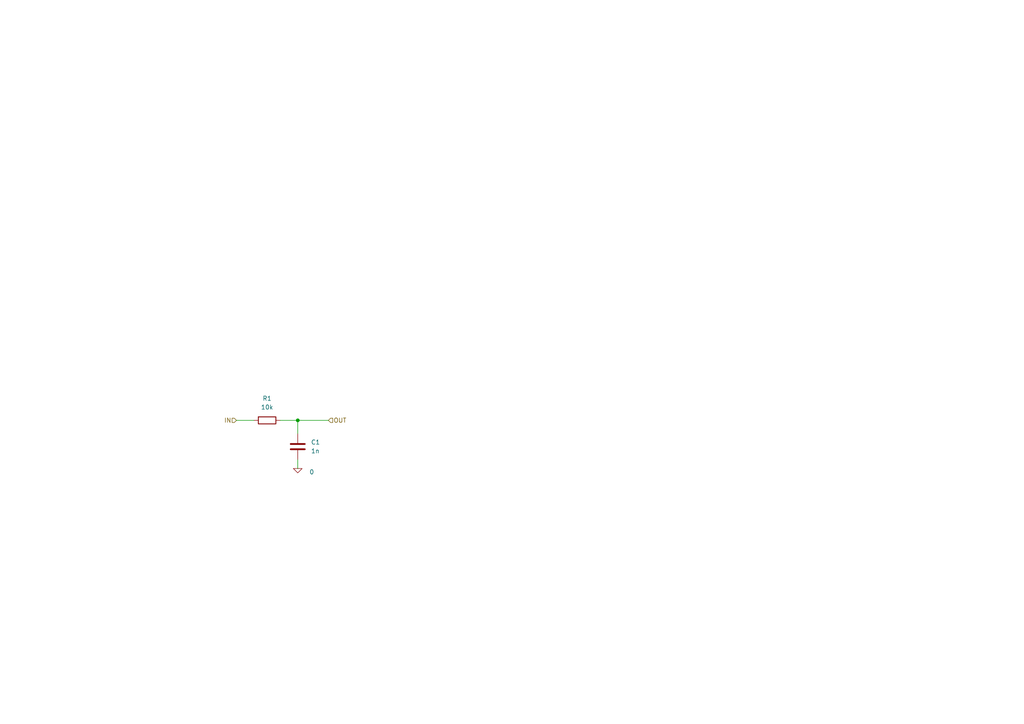
<source format=kicad_sch>
(kicad_sch (version 20250114) (generator "eeschema") (generator_version "9.0")
  (paper "A4")
  (lib_symbols
    (symbol "Device:C" (pin_numbers (hide yes)) (pin_names (offset 0.254))
      (property "Reference" "C" (at 0.635 2.54 0))
      (property "Value" "C" (at 0.635 -2.54 0))
      (symbol "C_0_1"
        (polyline (pts (xy -2.032 0.762) (xy 2.032 0.762)) (stroke (width 0.508)))
        (polyline (pts (xy -2.032 -0.762) (xy 2.032 -0.762)) (stroke (width 0.508)))
      )
      (symbol "C_1_1"
        (pin passive line (at 0 3.81 270) (length 2.794) (name "~") (number "1"))
        (pin passive line (at 0 -3.81 90) (length 2.794) (name "~") (number "2"))
      )
    )
    (symbol "Device:R" (pin_numbers (hide yes)) (pin_names (offset 0))
      (property "Reference" "R" (at 2.032 0 90))
      (property "Value" "R" (at 0 0 90))
      (symbol "R_0_1"
        (rectangle (start -1.016 -2.54) (end 1.016 2.54) (stroke (width 0.254)))
      )
      (symbol "R_1_1"
        (pin passive line (at 0 3.81 270) (length 1.27) (name "~") (number "1"))
        (pin passive line (at 0 -3.81 90) (length 1.27) (name "~") (number "2"))
      )
    )
    (symbol "Simulation_SPICE:0" (power) (pin_numbers (hide yes)) (pin_names (offset 0) (hide yes))
      (property "Value" "0" (at 0 -2.54 0))
      (symbol "0_0_1"
        (polyline (pts (xy -1.27 0) (xy 0 -1.27) (xy 1.27 0) (xy -1.27 0)))
      )
      (symbol "0_1_1"
        (pin power_in line (at 0 0 0) (length 0) (name "~") (number "1"))
      )
    )
  )
  (junction (at 86.36 121.92))
  (wire (pts (xy 86.36 133.35) (xy 86.36 135.89)))
  (wire (pts (xy 86.36 125.73) (xy 86.36 121.92)))
  (wire (pts (xy 86.36 121.92) (xy 95.25 121.92)))
  (wire (pts (xy 86.36 121.92) (xy 81.28 121.92)))
  (wire (pts (xy 68.58 121.92) (xy 73.66 121.92)))
  (hierarchical_label "IN" (shape input) (at 68.58 121.92 180))
  (hierarchical_label "OUT" (shape input) (at 95.25 121.92 0))
  (symbol (lib_id "Device:R") (at 77.47 121.92 90) (unit 1)
    (property "Reference" "R1" (at 77.47 115.57 90))
    (property "Value" "10k" (at 77.47 118.11 90))
    (property "Description" "Resistor" (effects (hide yes)))
  )
  (symbol (lib_id "Simulation_SPICE:0") (at 86.36 135.89 0) (unit 1)
    (property "Reference" "#GND?" (effects (hide yes)))
    (property "Value" "0" (at 90.424 136.906 0))
    (property "Datasheet" "https://ngspice.sourceforge.io/docs/ngspice-html-manual/manual.xhtml#subsec_Circuit_elements__device" (effects (hide yes)))
    (property "Description" "0V reference potential for simulation" (effects (hide yes)))
  )
  (symbol (lib_id "Device:C") (at 86.36 129.54 0) (unit 1)
    (property "Reference" "C1" (at 90.17 128.2699 0) (effects (justify left)))
    (property "Value" "1n" (at 90.17 130.8099 0) (effects (justify left)))
    (property "Description" "Unpolarized capacitor" (effects (hide yes)))
  )
)
</source>
